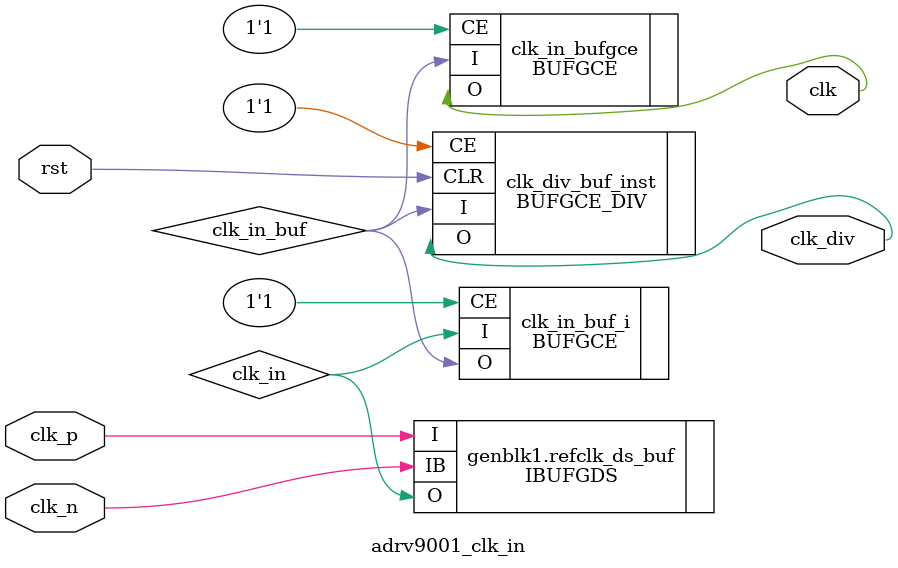
<source format=v>
`timescale 1ns / 1ps

module adrv9001_clk_in#(
  parameter SWAP_DIFF_CLK_IN = 0          // Swap diff pair allowing physical connection of P signal to N pin and N signal to P pin 
  )(
  input   wire          rst,              // rest clk_div
  input   wire          clk_p,            // 1-bit data clock input(connect directly to top-level port)
  input   wire          clk_n,            // 1-bit data clock input(connect directly to top-level port) 
  output  wire          clk,              // 1-bit data clock output
  output  wire          clk_div           // 1-bit divided data clock output 
    );

wire clk_in;
wire clk_in_buf; 
      
/* clk_in io buffer */
generate
if( SWAP_DIFF_CLK_IN == 1) begin   
  IBUFGDS refclk_ds_buf (
    .O(clk_in),            
    .I(clk_n),           
    .IB(clk_p));                    
end else begin       
  IBUFGDS refclk_ds_buf (
    .O(clk_in),                
    .I(clk_p),                 
    .IB(clk_n));                  
end    
endgenerate

BUFGCE #(
  .CE_TYPE ("SYNC"),
  .IS_CE_INVERTED (1'b0),
  .IS_I_INVERTED (1'b0)
) clk_in_buf_i (
  .O (clk_in_buf),
  .CE (1'b1),
  .I (clk_in)
);

/* clk buffer */
BUFGCE #(
  .CE_TYPE ("SYNC"),
  .IS_CE_INVERTED (1'b0),
  .IS_I_INVERTED (1'b0)
) 
clk_in_bufgce (
  .O (clk),
  .CE (1'b1),
  .I (clk_in_buf)
);  

 
/* clk_div buffer/divider */  
BUFGCE_DIV #(
  .BUFGCE_DIVIDE(4),          
  .IS_CE_INVERTED(1'b0),      
  .IS_CLR_INVERTED(1'b0),      
  .IS_I_INVERTED(1'b0)        
)
clk_div_buf_inst (
  .O(clk_div),   
  .CE(1'b1),         
  .CLR(rst),      
  .I(clk_in_buf)              
);



    
endmodule

</source>
